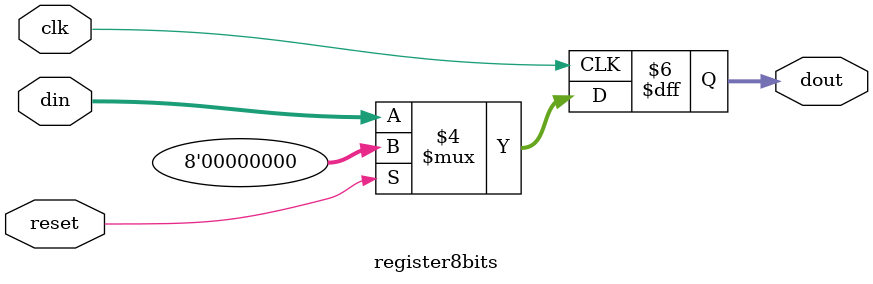
<source format=v>
module register8bits(clk, reset, din, dout);
	input reset;
	input clk;
	input [7:0]din;
	output [7:0]dout;
	reg [7:0]dout;
	
	always @(posedge clk)
		if(!reset)
			dout = din;
		else	
			dout = 0;
endmodule	

</source>
